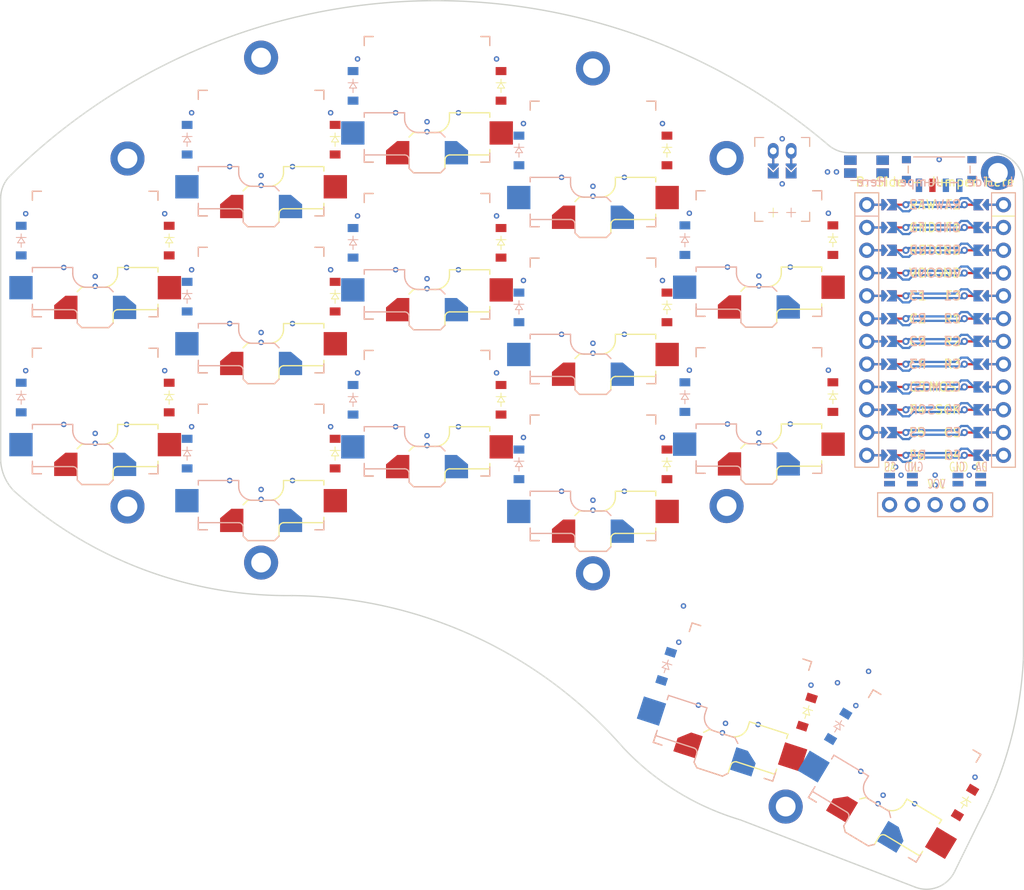
<source format=kicad_pcb>
(kicad_pcb (version 20221018) (generator pcbnew)
  (title_block (title "snak") (rev "0.2.1") (company "JackMatanky"))
  (layers (0 "F.Cu" signal) (31 "B.Cu" signal) (34 "B.Paste" user) (35 "F.Paste" user) (36 "B.SilkS" user "B.Silkscreen") (37 "F.SilkS" user "F.Silkscreen") (38 "B.Mask" user) (39 "F.Mask" user) (44 "Edge.Cuts" user))
  (net 0 "")
  (net 1 "C1")
  (net 2 "pinky_mid")
  (net 3 "pinky_top")
  (net 4 "C2")
  (net 5 "ring_bot")
  (net 6 "ring_mid")
  (net 7 "ring_top")
  (net 8 "C3")
  (net 9 "middle_bot")
  (net 10 "middle_mid")
  (net 11 "middle_top")
  (net 12 "C4")
  (net 13 "index_bot")
  (net 14 "index_mid")
  (net 15 "index_top")
  (net 16 "C5")
  (net 17 "inner_mid")
  (net 18 "inner_top")
  (net 19 "out_home")
  (net 20 "in_home")
  (net 21 "R2")
  (net 22 "R1")
  (net 23 "R3")
  (net 24 "R4")
  (net 25 "RAW")
  (net 26 "GND")
  (net 27 "RST")
  (net 28 "VCC")
  (net 29 "F4")
  (net 30 "F5")
  (net 31 "F6")
  (net 32 "F2")
  (net 33 "F1")
  (net 34 "F3")
  (net 35 "MOSI")
  (net 36 "SCK")
  (net 37 "CS")
  (net 38 "MCU1_24")
  (net 39 "MCU1_1")
  (net 40 "MCU1_23")
  (net 41 "MCU1_2")
  (net 42 "MCU1_22")
  (net 43 "MCU1_3")
  (net 44 "MCU1_21")
  (net 45 "MCU1_4")
  (net 46 "MCU1_20")
  (net 47 "MCU1_5")
  (net 48 "MCU1_19")
  (net 49 "MCU1_6")
  (net 50 "MCU1_18")
  (net 51 "MCU1_7")
  (net 52 "MCU1_17")
  (net 53 "MCU1_8")
  (net 54 "MCU1_16")
  (net 55 "MCU1_9")
  (net 56 "MCU1_15")
  (net 57 "MCU1_10")
  (net 58 "MCU1_14")
  (net 59 "MCU1_11")
  (net 60 "MCU1_13")
  (net 61 "MCU1_12")
  (net 62 "DISP1_1")
  (net 63 "DISP1_2")
  (net 64 "DISP1_4")
  (net 65 "DISP1_5")
  (net 66 "pos")
  (net 67 "JST1_1")
  (net 68 "JST1_2")
  (footprint "VIA-0.6mm" (layer "F.Cu") (at 152 56.45)
    (fp_text reference "REF**" hide)
    (fp_text value "VIA-0.6mm" hide)
  )
  (footprint "VIA-0.6mm" (layer "F.Cu") (at 182.65 55.845 90)
    (fp_text reference "REF**" hide)
    (fp_text value "VIA-0.6mm" hide)
  )
  (footprint "VIA-0.6mm" (layer "F.Cu") (at 110.75 84.25)
    (fp_text reference "REF**" hide)
    (fp_text value "VIA-0.6mm" hide)
  )
  (footprint "VIA-0.6mm" (layer "F.Cu") (at 140.5 84.25)
    (fp_text reference "REF**" hide)
    (fp_text value "VIA-0.6mm" hide)
  )
  (footprint "nice!view" (layer "F.Cu") (at 193.65 76.25)
    (fp_text reference "DISP1" hide)
    (fp_text value "")
  )
  (footprint "ceoloide:diode_tht_sod123" (layer "F.Cu") (at 182.25 80.95 -90)
    (fp_text reference "D12" hide)
    (fp_text value "")
  )
  (footprint "VIA-0.6mm" (layer "F.Cu") (at 137 67.75)
    (fp_text reference "REF**" hide)
    (fp_text value "VIA-0.6mm" hide)
  )
  (footprint "ceoloide:diode_tht_sod123" (layer "F.Cu") (at 145.25 46.25 -90)
    (fp_text reference "D8" hide)
    (fp_text value "")
  )
  (footprint "VIA-0.6mm" (layer "F.Cu") (at 137 68.85)
    (fp_text reference "REF**" hide)
    (fp_text value "VIA-0.6mm" hide)
  )
  (footprint "VIA-0.6mm" (layer "F.Cu") (at 174 67.45)
    (fp_text reference "REF**" hide)
    (fp_text value "VIA-0.6mm" hide)
  )
  (footprint "VIA-0.6mm" (layer "F.Cu") (at 181.75 77.95)
    (fp_text reference "REF**" hide)
    (fp_text value "VIA-0.6mm" hide)
  )
  (footprint "PG1350" (layer "F.Cu") (at 155.5 54.95 180)
    (fp_text reference "S11" hide)
    (fp_text value "")
  )
  (footprint "VIA-0.6mm" (layer "F.Cu") (at 174 86.05)
    (fp_text reference "REF**" hide)
    (fp_text value "VIA-0.6mm" hide)
  )
  (footprint "ceoloide:diode_tht_sod123" (layer "F.Cu") (at 163.75 88.45 -90)
    (fp_text reference "D9" hide)
    (fp_text value "")
  )
  (footprint "VIA-0.6mm" (layer "F.Cu") (at 107.75 60.5)
    (fp_text reference "REF**" hide)
    (fp_text value "VIA-0.6mm" hide)
  )
  (footprint "VIA-0.6mm" (layer "F.Cu") (at 122 72.75)
    (fp_text reference "REF**" hide)
    (fp_text value "VIA-0.6mm" hide)
  )
  (footprint "VIA-0.6mm" (layer "F.Cu") (at 197.45 89.65)
    (fp_text reference "REF**" hide)
    (fp_text value "VIA-0.6mm" hide)
  )
  (footprint "VIA-0.6mm" (layer "F.Cu") (at 144.75 60.75)
    (fp_text reference "REF**" hide)
    (fp_text value "VIA-0.6mm" hide)
  )
  (footprint "VIA-0.6mm" (layer "F.Cu") (at 118.5 73.75)
    (fp_text reference "REF**" hide)
    (fp_text value "VIA-0.6mm" hide)
  )
  (footprint "PG1350" (layer "F.Cu") (at 155.5 72.45 180)
    (fp_text reference "S10" hide)
    (fp_text value "")
  )
  (footprint "mounting_hole" (layer "F.Cu") (at 176.988866 126.60568 -18)
    (fp_text reference "H9" hide)
    (fp_text value "")
  )
  (footprint "VIA-0.6mm" (layer "F.Cu") (at 96.5 66.5)
    (fp_text reference "REF**" hide)
    (fp_text value "VIA-0.6mm" hide)
  )
  (footprint "PG1350" (layer "F.Cu") (at 118.5 71.25 180)
    (fp_text reference "S4" hide)
    (fp_text value "")
  )
  (footprint "VIA-0.6mm" (layer "F.Cu") (at 155.5 58.55)
    (fp_text reference "REF**" hide)
    (fp_text value "VIA-0.6mm" hide)
  )
  (footprint "VIA-0.6mm" (layer "F.Cu") (at 118.5 74.85)
    (fp_text reference "REF**" hide)
    (fp_text value "VIA-0.6mm" hide)
  )
  (footprint "mounting_hole" (layer "F.Cu") (at 118.5 99.4)
    (fp_text reference "H4" hide)
    (fp_text value "")
  )
  (footprint "VIA-0.6mm" (layer "F.Cu") (at 181.75 60.45)
    (fp_text reference "REF**" hide)
    (fp_text value "VIA-0.6mm" hide)
  )
  (footprint "VIA-0.6mm" (layer "F.Cu") (at 166.25 77.95)
    (fp_text reference "REF**" hide)
    (fp_text value "VIA-0.6mm" hide)
  )
  (footprint "VIA-0.6mm" (layer "F.Cu") (at 167.257777 115.295025 -18)
    (fp_text reference "REF**" hide)
    (fp_text value "VIA-0.6mm" hide)
  )
  (footprint "VIA-0.6mm" (layer "F.Cu") (at 133.5 66.75)
    (fp_text reference "REF**" hide)
    (fp_text value "VIA-0.6mm" hide)
  )
  (footprint "VIA-0.6mm" (layer "F.Cu") (at 159 73.95)
    (fp_text reference "REF**" hide)
    (fp_text value "VIA-0.6mm" hide)
  )
  (footprint "VIA-0.6mm" (layer "F.Cu") (at 182.763413 112.797633 -18)
    (fp_text reference "REF**" hide)
    (fp_text value "VIA-0.6mm" hide)
  )
  (footprint "VIA-0.6mm" (layer "F.Cu") (at 137 85.25)
    (fp_text reference "REF**" hide)
    (fp_text value "VIA-0.6mm" hide)
  )
  (footprint "mounting_hole" (layer "F.Cu") (at 103.6 54.35)
    (fp_text reference "H1" hide)
    (fp_text value "")
  )
  (footprint "VIA-0.6mm" (layer "F.Cu") (at 107.75 78)
    (fp_text reference "REF**" hide)
    (fp_text value "VIA-0.6mm" hide)
  )
  (footprint "VIA-0.6mm" (layer "F.Cu") (at 144.75 78.25)
    (fp_text reference "REF**" hide)
    (fp_text value "VIA-0.6mm" hide)
  )
  (footprint "PG1350" (layer "F.Cu") (at 137 47.75 180)
    (fp_text reference "S8" hide)
    (fp_text value "")
  )
  (footprint "VIA-0.6mm" (layer "F.Cu") (at 133.5 49.25)
    (fp_text reference "REF**" hide)
    (fp_text value "VIA-0.6mm" hide)
  )
  (footprint "mounting_hole" (layer "F.Cu") (at 170.4 54.3)
    (fp_text reference "H7" hide)
    (fp_text value "")
  )
  (footprint "VIA-0.6mm" (layer "F.Cu") (at 179.811265 113.065127 -18)
    (fp_text reference "REF**" hide)
    (fp_text value "VIA-0.6mm" hide)
  )
  (footprint "power_switch" (layer "F.Cu") (at 194.1 55.6 90)
    (fp_text reference "SW1" hide)
    (fp_text value "")
  )
  (footprint "VIA-0.6mm" (layer "F.Cu") (at 173.915172 117.458144 -18)
    (fp_text reference "REF**" hide)
    (fp_text value "VIA-0.6mm" hide)
  )
  (footprint "VIA-0.6mm" (layer "F.Cu") (at 144.75 43.25)
    (fp_text reference "REF**" hide)
    (fp_text value "VIA-0.6mm" hide)
  )
  (footprint "VIA-0.6mm" (layer "F.Cu") (at 103.5 66.5)
    (fp_text reference "REF**" hide)
    (fp_text value "VIA-0.6mm" hide)
  )
  (footprint "mounting_hole" (layer "F.Cu") (at 155.5 100.6)
    (fp_text reference "H6" hide)
    (fp_text value "")
  )
  (footprint "VIA-0.6mm" (layer "F.Cu") (at 118.5 91.25)
    (fp_text reference "REF**" hide)
    (fp_text value "VIA-0.6mm" hide)
  )
  (footprint "VIA-0.6mm" (layer "F.Cu") (at 122 55.25)
    (fp_text reference "REF**" hide)
    (fp_text value "VIA-0.6mm" hide)
  )
  (footprint "VIA-0.6mm" (layer "F.Cu") (at 100 67.5)
    (fp_text reference "REF**" hide)
    (fp_text value "VIA-0.6mm" hide)
  )
  (footprint "VIA-0.6mm" (layer "F.Cu") (at 163.25 50.45)
    (fp_text reference "REF**" hide)
    (fp_text value "VIA-0.6mm" hide)
  )
  (footprint "VIA-0.6mm" (layer "F.Cu") (at 110.75 66.75)
    (fp_text reference "REF**" hide)
    (fp_text value "VIA-0.6mm" hide)
  )
  (footprint "VIA-0.6mm" (layer "F.Cu") (at 137 86.35)
    (fp_text reference "REF**" hide)
    (fp_text value "VIA-0.6mm" hide)
  )
  (footprint "VIA-0.6mm" (layer "F.Cu") (at 184.812703 115.344165 -31)
    (fp_text reference "REF**" hide)
    (fp_text value "VIA-0.6mm" hide)
  )
  (footprint "VIA-0.6mm" (layer "F.Cu") (at 129.25 60.75)
    (fp_text reference "REF**" hide)
    (fp_text value "VIA-0.6mm" hide)
  )
  (footprint "VIA-0.6mm" (layer "F.Cu") (at 126.25 49.25)
    (fp_text reference "REF**" hide)
    (fp_text value "VIA-0.6mm" hide)
  )
  (footprint "PG1350" (layer "F.Cu") (at 137 65.25 180)
    (fp_text reference "S7" hide)
    (fp_text value "")
  )
  (footprint "VIA-0.6mm" (layer "F.Cu") (at 140.5 49.25)
    (fp_text reference "REF**" hide)
    (fp_text value "VIA-0.6mm" hide)
  )
  (footprint "VIA-0.6mm" (layer "F.Cu") (at 126.25 84.25)
    (fp_text reference "REF**" hide)
    (fp_text value "VIA-0.6mm" hide)
  )
  (footprint "VIA-0.6mm" (layer "F.Cu") (at 129.25 43.25)
    (fp_text reference "REF**" hide)
    (fp_text value "VIA-0.6mm" hide)
  )
  (footprint "VIA-0.6mm" (layer "F.Cu") (at 110.75 49.25)
    (fp_text reference "REF**" hide)
    (fp_text value "VIA-0.6mm" hide)
  )
  (footprint "mounting_hole" (layer "F.Cu") (at 155.5 44.3)
    (fp_text reference "H5" hide)
    (fp_text value "")
  )
  (footprint "PG1350" (layer "F.Cu") (at 100 65 180)
    (fp_text reference "S2" hide)
    (fp_text value "")
  )
  (footprint "VIA-0.6mm" (layer "F.Cu") (at 100 85)
    (fp_text reference "REF**" hide)
    (fp_text value "VIA-0.6mm" hide)
  )
  (footprint "VIA-0.6mm" (layer "F.Cu") (at 155.5 76.05)
    (fp_text reference "REF**" hide)
    (fp_text value "VIA-0.6mm" hide)
  )
  (footprint "VIA-0.6mm" (layer "F.Cu") (at 140.5 66.75)
    (fp_text reference "REF**" hide)
    (fp_text value "VIA-0.6mm" hide)
  )
  (footprint "VIA-0.6mm" (layer "F.Cu") (at 115 72.75)
    (fp_text reference "REF**" hide)
    (fp_text value "VIA-0.6mm" hide)
  )
  (footprint "VIA-0.6mm" (layer "F.Cu") (at 165.592664 104.239375 -18)
    (fp_text reference "REF**" hide)
    (fp_text value "VIA-0.6mm" hide)
  )
  (footprint "VIA-0.6mm" (layer "F.Cu") (at 189.85 89.65)
    (fp_text reference "REF**" hide)
    (fp_text value "VIA-0.6mm" hide)
  )
  (footprint "mounting_hole" (layer "F.Cu") (at 170.4 93.1)
    (fp_text reference "H8" hide)
    (fp_text value "")
  )
  (footprint "VIA-0.6mm" (layer "F.Cu") (at 152 91.45)
    (fp_text reference "REF**" hide)
    (fp_text value "VIA-0.6mm" hide)
  )
  (footprint "VIA-0.6mm" (layer "F.Cu") (at 103.5 84)
    (fp_text reference "REF**" hide)
    (fp_text value "VIA-0.6mm" hide)
  )
  (footprint "PG1350" (layer "F.Cu") (at 171.05 114.95 162)
    (fp_text reference "S14" hide)
    (fp_text value "")
  )
  (footprint "VIA-0.6mm" (layer "F.Cu") (at 155.5 74.95)
    (fp_text reference "REF**" hide)
    (fp_text value "VIA-0.6mm" hide)
  )
  (footprint "VIA-0.6mm" (layer "F.Cu") (at 118.5 56.25)
    (fp_text reference "REF**" hide)
    (fp_text value "VIA-0.6mm" hide)
  )
  (footprint "VIA-0.6mm" (layer "F.Cu") (at 118.5 57.35)
    (fp_text reference "REF**" hide)
    (fp_text value "VIA-0.6mm" hide)
  )
  (footprint "ceoloide:diode_tht_sod123" (layer "F.Cu") (at 126.75 52.25 -90)
    (fp_text reference "D5" hide)
    (fp_text value "")
  )
  (footprint "VIA-0.6mm" (layer "F.Cu") (at 181.65 55.845 90)
    (fp_text reference "REF**" hide)
    (fp_text value "VIA-0.6mm" hide)
  )
  (footprint "ceoloide:diode_tht_sod123" (layer "F.Cu") (at 108.25 63.5 -90)
    (fp_text reference "D2" hide)
    (fp_text value "")
  )
  (footprint "VIA-0.6mm" (layer "F.Cu") (at 198.05 88.75)
    (fp_text reference "REF**" hide)
    (fp_text value "VIA-0.6mm" hide)
  )
  (footprint "VIA-0.6mm" (layer "F.Cu") (at 185.365435 122.676081 -31)
    (fp_text reference "REF**" hide)
    (fp_text value "VIA-0.6mm" hide)
  )
  (footprint "VIA-0.6mm" (layer "F.Cu") (at 137 50.25)
    (fp_text reference "REF**" hide)
    (fp_text value "VIA-0.6mm" hide)
  )
  (footprint "mounting_hole" (layer "F.Cu") (at 118.5 43.1)
    (fp_text reference "H3" hide)
    (fp_text value "")
  )
  (footprint "VIA-0.6mm" (layer "F.Cu") (at 159 56.45)
    (fp_text reference "REF**" hide)
    (fp_text value "VIA-0.6mm" hide)
  )
  (footprint "VIA-0.6mm" (layer "F.Cu") (at 92.25 78)
    (fp_text reference "REF**" hide)
    (fp_text value "VIA-0.6mm" hide)
  )
  (footprint "VIA-0.6mm" (layer "F.Cu") (at 191.365606 126.281347 -31)
    (fp_text reference "REF**" hide)
    (fp_text value "VIA-0.6mm" hide)
  )
  (footprint "VIA-0.6mm" (layer "F.Cu") (at 193.65 90.75)
    (fp_text reference "REF**" hide)
    (fp_text value "VIA-0.6mm" hide)
  )
  (footprint "VIA-0.6mm" (layer "F.Cu") (at 115 90.25)
    (fp_text reference "REF**" hide)
    (fp_text value "VIA-0.6mm" hide)
  )
  (footprint "PG1350" (layer "F.Cu") (at 174 82.45 180)
    (fp_text reference "S12" hide)
    (fp_text value "")
  )
  (footprint "ceoloide:diode_tht_sod123" (layer "F.Cu") (at 163.75 53.45 -90)
    (fp_text reference "D11" hide)
    (fp_text value "")
  )
  (footprint "VIA-0.6mm" (layer "F.Cu") (at 194.1 54.4625 90)
    (fp_text reference "REF**" hide)
    (fp_text value "VIA-0.6mm" hide)
  )
  (footprint "VIA-0.6mm" (layer "F.Cu") (at 193.65 89.65)
    (fp_text reference "REF**" hide)
    (fp_text value "VIA-0.6mm" hide)
  )
  (footprint "ceoloide:diode_tht_sod123" (layer "F.Cu") (at 108.25 81 -90)
    (fp_text reference "D1" hide)
    (fp_text value "")
  )
  (footprint "VIA-0.6mm" (layer "F.Cu") (at 177.5 83.95)
    (fp_text reference "REF**" hide)
    (fp_text value "VIA-0.6mm" hide)
  )
  (footprint "ceoloide:diode_tht_sod123" (layer "F.Cu") (at 126.75 87.25 -90)
    (fp_text reference "D3" hide)
    (fp_text value "")
  )
  (footprint "PG1350" (layer "F.Cu") (at 100 82.5 180)
    (fp_text reference "S1" hide)
    (fp_text value "")
  )
  (footprint "ceoloide:diode_tht_sod123" (layer "F.Cu") (at 145.25 81.25 -90)
    (fp_text reference "D6" hide)
    (fp_text value "")
  )
  (footprint "VIA-0.6mm" (layer "F.Cu") (at 170.277458 117.327641 -18)
    (fp_text reference "REF**" hide)
    (fp_text value "VIA-0.6mm" hide)
  )
  (footprint "mounting_hole" (layer "F.Cu") (at 200.65 55.95)
    (fp_text reference "H10" hide)
    (fp_text value "")
  )
  (footprint "VIA-0.6mm" (layer "F.Cu") (at 137 51.35)
    (fp_text reference "REF**" hide)
    (fp_text value "VIA-0.6mm" hide)
  )
  (footprint "VIA-0.6mm" (layer "F.Cu") (at 166.25 60.45)
    (fp_text reference "REF**" hide)
    (fp_text value "VIA-0.6mm" hide)
  )
  (footprint "VIA-0.6mm" (layer "F.Cu") (at 176.6 57.175)
    (fp_text reference "REF**" hide)
    (fp_text value "VIA-0.6mm" hide)
  )
  (footprint "VIA-0.6mm" (layer "F.Cu") (at 186.22998 111.529217 -31)
    (fp_text reference "REF**" hide)
    (fp_text value "VIA-0.6mm" hide)
  )
  (footprint "VIA-0.6mm" (layer "F.Cu") (at 163.25 67.95)
    (fp_text reference "REF**" hide)
    (fp_text value "VIA-0.6mm" hide)
  )
  (footprint "VIA-0.6mm" (layer "F.Cu") (at 147.75 67.95)
    (fp_text reference "REF**" hide)
    (fp_text value "VIA-0.6mm" hide)
  )
  (footprint "VIA-0.6mm" (layer "F.Cu") (at 133.5 84.25)
    (fp_text reference "REF**" hide)
    (fp_text value "VIA-0.6mm" hide)
  )
  (footprint "ceoloide:diode_tht_sod123" (layer "F.Cu") (at 179.359742 116.072805 -108)
    (fp_text reference "D14" hide)
    (fp_text value "")
  )
  (footprint "VIA-0.6mm" (layer "F.Cu") (at 118.5 92.35)
    (fp_text reference "REF**" hide)
    (fp_text value "VIA-0.6mm" hide)
  )
  (footprint "VIA-0.6mm" (layer "F.Cu") (at 159 91.45)
    (fp_text reference "REF**" hide)
    (fp_text value "VIA-0.6mm" hide)
  )
  (footprint "VIA-0.6mm" (layer "F.Cu") (at 100 86.1)
    (fp_text reference "REF**" hide)
    (fp_text value "VIA-0.6mm" hide)
  )
  (footprint "VIA-0.6mm" (layer "F.Cu") (at 174 84.95)
    (fp_text reference "REF**" hide)
    (fp_text value "VIA-0.6mm" hide)
  )
  (footprint "mounting_hole" (layer "F.Cu") (at 103.6 93.15)
    (fp_text reference "H2" hide)
    (fp_text value "")
  )
  (footprint "PG1350" (layer "F.Cu") (at 174 64.95 180)
    (fp_text reference "S13" hide)
    (fp_text value "")
  )
  (footprint "VIA-0.6mm" (layer "F.Cu") (at 115 55.25)
    (fp_text reference "REF**" hide)
    (fp_text value "VIA-0.6mm" hide)
  )
  (footprint "VIA-0.6mm" (layer "F.Cu") (at 147.75 85.45)
    (fp_text reference "REF**" hide)
    (fp_text value "VIA-0.6mm" hide)
  )
  (footprint "VIA-0.6mm" (layer "F.Cu") (at 187.283941 126.278765 -31)
    (fp_text reference "REF**" hide)
    (fp_text value "VIA-0.6mm" hide)
  )
  (footprint "VIA-0.6mm" (layer "F.Cu") (at 198.098796 123.327255 -31)
    (fp_text reference "REF**" hide)
    (fp_text value "VIA-0.6mm" hide)
  )
  (footprint "PG1350" (layer "F.Cu") (at 118.5 88.75 180)
    (fp_text reference "S3" hide)
    (fp_text value "")
  )
  (footprint "JST_PH_S2B-PH-K" (layer "F.Cu") (at 176.6 53.5)
    (fp_text reference "JST1" hide)
    (fp_text value "")
  )
  (footprint "VIA-0.6mm" (layer "F.Cu") (at 165.069889 108.275364 -18)
    (fp_text reference "REF**" hide)
    (fp_text value "VIA-0.6mm" hide)
  )
  (footprint "VIA-0.6mm" (layer "F.Cu") (at 100 68.6)
    (fp_text reference "REF**" hide)
    (fp_text value "VIA-0.6mm" hide)
  )
  (footprint "VIA-0.6mm" (layer "F.Cu") (at 96.5 84)
    (fp_text reference "REF**" hide)
    (fp_text value "VIA-0.6mm" hide)
  )
  (footprint "ceoloide:diode_tht_sod123" (layer "F.Cu") (at 182.25 63.45 -90)
    (fp_text reference "D13" hide)
    (fp_text value "")
  )
  (footprint "VIA-0.6mm" (layer "F.Cu") (at 177.5 66.45)
    (fp_text reference "REF**" hide)
    (fp_text value "VIA-0.6mm" hide)
  )
  (footprint "PG1350" (layer "F.Cu") (at 137 82.75 180)
    (fp_text reference "S6" hide)
    (fp_text value "")
  )
  (footprint "VIA-0.6mm" (layer "F.Cu") (at 129.25 78.25)
    (fp_text reference "REF**" hide)
    (fp_text value "VIA-0.6mm" hide)
  )
  (footprint "VIA-0.6mm" (layer "F.Cu") (at 187.850483 125.335881 -31)
    (fp_text reference "REF**" hide)
    (fp_text value "VIA-0.6mm" hide)
  )
  (footprint "VIA-0.6mm" (layer "F.Cu") (at 147.75 50.45)
    (fp_text reference "REF**" hide)
    (fp_text value "VIA-0.6mm" hide)
  )
  (footprint "VIA-0.6mm" (layer "F.Cu") (at 170.5 83.95)
    (fp_text reference "REF**" hide)
    (fp_text value "VIA-0.6mm" hide)
  )
  (footprint "VIA-0.6mm" (layer "F.Cu") (at 126.25 66.75)
    (fp_text reference "REF**" hide)
    (fp_text value "VIA-0.6mm" hide)
  )
  (footprint "ceoloide:diode_tht_sod123" (layer "F.Cu") (at 163.75 70.95 -90)
    (fp_text reference "D10" hide)
    (fp_text value "")
  )
  (footprint "VIA-0.6mm" (layer "F.Cu") (at 170.5 66.45)
    (fp_text reference "REF**" hide)
    (fp_text value "VIA-0.6mm" hide)
  )
  (footprint "ceoloide:diode_tht_sod123" (layer "F.Cu") (at 126.75 69.75 -90)
    (fp_text reference "D4" hide)
    (fp_text value "")
  )
  (footprint "VIA-0.6mm" (layer "F.Cu") (at 155.5 93.55)
    (fp_text reference "REF**" hide)
    (fp_text value "VIA-0.6mm" hide)
  )
  (footprint "VIA-0.6mm" (layer "F.Cu") (at 92.25 60.5)
    (fp_text reference "REF**" hide)
    (fp_text value "VIA-0.6mm" hide)
  )
  (footprint "VIA-0.6mm" (layer "F.Cu") (at 176.6 52.15)
    (fp_text reference "REF**" hide)
    (fp_text value "VIA-0.6mm" hide)
  )
  (footprint "VIA-0.6mm" (layer "F.Cu") (at 152 73.95)
    (fp_text reference "REF**" hide)
    (fp_text value "VIA-0.6mm" hide)
  )
  (footprint "VIA-0.6mm" (layer "F.Cu") (at 174 68.55)
    (fp_text reference "REF**" hide)
    (fp_text value "VIA-0.6mm" hide)
  )
  (footprint "VIA-0.6mm" (layer "F.Cu") (at 169.937539 118.373804 -18)
    (fp_text reference "REF**" hide)
    (fp_text value "VIA-0.6mm" hide)
  )
  (footprint "VIA-0.6mm" (layer "F.Cu") (at 155.5 57.45)
    (fp_text reference "REF**" hide)
    (fp_text value "VIA-0.6mm" hide)
  )
  (footprint "VIA-0.6mm" (layer "F.Cu") (at 163.25 85.45)
    (fp_text reference "REF**" hide)
    (fp_text value "VIA-0.6mm" hide)
  )
  (footprint "VIA-0.6mm" (layer "F.Cu") (at 189.25 88.75)
    (fp_text reference "REF**" hide)
    (fp_text value "VIA-0.6mm" hide)
  )
  (footprint "PG1350" (layer "F.Cu") (at 118.5 53.75 180)
    (fp_text reference "S5" hide)
    (fp_text value "")
  )
  (footprint "PG1350" (layer "F.Cu") (at 155.5 89.95 180)
    (fp_text reference "S9" hide)
    (fp_text value "")
  )
  (footprint "ceoloide:diode_tht_sod123" (layer "F.Cu") (at 145.25 63.75 -90)
    (fp_text reference "D7" hide)
    (fp_text value "")
  )
  (footprint "VIA-0.6mm" (layer "F.Cu") (at 122 90.25)
    (fp_text reference "REF**" hide)
    (fp_text value "VIA-0.6mm" hide)
  )
  (footprint "nice_nano" (layer "F.Cu") (at 193.65 72.2)
    (fp_text reference "MCU1" hide)
    (fp_text value "")
  )
  (footprint "sw_reset_side" (layer "F.Cu") (at 186 55.25 90)
    (fp_text reference "SW2" hide)
    (fp_text value "")
  )
  (footprint "ceoloide:diode_tht_sod123" (layer "F.Cu") (at 196.982265 126.156276 -121)
    (fp_text reference "D15" hide)
    (fp_text value "")
  )
  (footprint "VIA-0.6mm" (layer "F.Cu") (at 155.5 92.45)
    (fp_text reference "REF**" hide)
    (fp_text value "VIA-0.6mm" hide)
  )
  (footprint "PG1350" (layer "F.Cu") (at 189.138078 123.192963 149)
    (fp_text reference "S15" hide)
    (fp_text value "")
  )
  (footprint "ceoloide:diode_tht_sod123" (layer "B.Cu") (at 110.25 52.25 -90)
    (fp_text reference "D20" hide)
    (fp_text value "")
  )
  (footprint "ceoloide:diode_tht_sod123" (layer "B.Cu") (at 128.75 63.75 -90)
    (fp_text reference "D22" hide)
    (fp_text value "")
  )
  (footprint "ceoloide:diode_tht_sod123" (layer "B.Cu") (at 110.25 69.75 -90)
    (fp_text reference "D19" hide)
    (fp_text value "")
  )
  (footprint "ceoloide:diode_tht_sod123" (layer "B.Cu") (at 165.75 80.95 -90)
    (fp_text reference "D27" hide)
    (fp_text value "")
  )
  (footprint "ceoloide:diode_tht_sod123" (layer "B.Cu") (at 147.25 88.45 -90)
    (fp_text reference "D24" hide)
    (fp_text value "")
  )
  (footprint "ceoloide:diode_tht_sod123" (layer "B.Cu") (at 91.75 63.5 -90)
    (fp_text reference "D17" hide)
    (fp_text value "")
  )
  (footprint "ceoloide:diode_tht_sod123" (layer "B.Cu") (at 128.75 46.25 -90)
    (fp_text reference "D23" hide)
    (fp_text value "")
  )
  (footprint "ceoloide:diode_tht_sod123" (layer "B.Cu") (at 165.75 63.45 -90)
    (fp_text reference "D28" hide)
    (fp_text value "")
  )
  (footprint "ceoloide:diode_tht_sod123" (layer "B.Cu") (at 128.75 81.25 -90)
    (fp_text reference "D21" hide)
    (fp_text value "")
  )
  (footprint "ceoloide:diode_tht_sod123" (layer "B.Cu") (at 163.667309 110.974025 -108)
    (fp_text reference "D29" hide)
    (fp_text value "")
  )
  (footprint "ceoloide:diode_tht_sod123" (layer "B.Cu") (at 182.839005 117.658148 -121)
    (fp_text reference "D30" hide)
    (fp_text value "")
  )
  (footprint "ceoloide:diode_tht_sod123" (layer "B.Cu") (at 110.25 87.25 -90)
    (fp_text reference "D18" hide)
    (fp_text value "")
  )
  (footprint "ceoloide:diode_tht_sod123" (layer "B.Cu") (at 147.25 53.45 -90)
    (fp_text reference "D26" hide)
    (fp_text value "")
  )
  (footprint "ceoloide:diode_tht_sod123" (layer "B.Cu") (at 147.25 70.95 -90)
    (fp_text reference "D25" hide)
    (fp_text value "")
  )
  (footprint "ceoloide:diode_tht_sod123" (layer "B.Cu") (at 91.75 81 -90)
    (fp_text reference "D16" hide)
    (fp_text value "")
  )
  (gr_line (start 198.5118 128.3803) (end 195.8118 133.8803) (stroke (width 0.15)) (layer "Edge.Cuts"))
  (gr_line (start 184.039087 53.7) (end 200.049591 53.7) (stroke (width 0.15)) (layer "Edge.Cuts"))
  (gr_arc (start 171.9118 128.0803) (mid 164.885192 124.936038) (end 158.9118 120.0803) (stroke (width 0.15)) (layer "Edge.Cuts"))
  (gr_arc (start 195.8118 133.8803) (mid 193.94362 135.589126) (end 191.4118 135.5803) (stroke (width 0.15)) (layer "Edge.Cuts"))
  (gr_arc (start 121.9118 103.0803) (mid 105.310713 100.147711) (end 90.9118 91.3803) (stroke (width 0.15)) (layer "Edge.Cuts"))
  (gr_arc (start 184.039087 53.700001) (mid 182.829857 53.484474) (end 181.769554 52.864437) (stroke (width 0.15)) (layer "Edge.Cuts"))
  (gr_line (start 203.5 57.2) (end 203.5 110) (stroke (width 0.15)) (layer "Edge.Cuts"))
  (gr_arc (start 90.9118 91.3803) (mid 89.89586 89.858137) (end 89.4618 88.0803) (stroke (width 0.15)) (layer "Edge.Cuts"))
  (gr_arc (start 121.9118 103.0803) (mid 142.237139 107.607504) (end 158.9118 120.0803) (stroke (width 0.15)) (layer "Edge.Cuts"))
  (gr_arc (start 89.4618 58.692372) (mid 89.776836 57.333284) (end 90.591797 56.200939) (stroke (width 0.15)) (layer "Edge.Cuts"))
  (gr_arc (start 90.591797 56.200939) (mid 135.531599 36.795149) (end 181.769554 52.864437) (stroke (width 0.15)) (layer "Edge.Cuts"))
  (gr_line (start 191.4118 135.5803) (end 171.9118 128.0803) (stroke (width 0.15)) (layer "Edge.Cuts"))
  (gr_line (start 89.4618 88.0803) (end 89.4618 58.7803) (stroke (width 0.15)) (layer "Edge.Cuts"))
  (gr_arc (start 200 53.7) (mid 202.474933 54.725066) (end 203.5 57.2) (stroke (width 0.15)) (layer "Edge.Cuts"))
  (gr_arc (start 203.5 110) (mid 202.012386 119.463299) (end 198.5118 128.3803) (stroke (width 0.15)) (layer "Edge.Cuts"))
  (segment (start 198.43 69.66) (end 196.91 69.66) (width 0.25) (layer "F.Cu") (net 1))
  (segment (start 191.2 69.91) (end 196.66 69.91) (width 0.25) (layer "B.Cu") (net 1))
  (segment (start 191.11 70.01) (end 191.11 70) (width 0.25) (layer "B.Cu") (net 1))
  (segment (start 190.74 70.39) (end 191.11 70.01) (width 0.25) (layer "B.Cu") (net 1))
  (segment (start 188.88 69.66) (end 189.31 69.66) (width 0.25) (layer "B.Cu") (net 1))
  (segment (start 189.31 69.66) (end 190.04 70.39) (width 0.25) (layer "B.Cu") (net 1))
  (segment (start 191.11 70) (end 191.2 69.91) (width 0.25) (layer "B.Cu") (net 1))
  (segment (start 196.66 69.91) (end 196.91 69.66) (width 0.25) (layer "B.Cu") (net 1))
  (segment (start 190.04 70.39) (end 190.74 70.39) (width 0.25) (layer "B.Cu") (net 1))
  (segment (start 198.43 72.2) (end 196.91 72.2) (width 0.25) (layer "F.Cu") (net 4))
  (segment (start 191.11 72.54) (end 191.2 72.45) (width 0.25) (layer "B.Cu") (net 4))
  (segment (start 189.31 72.2) (end 190.04 72.93) (width 0.25) (layer "B.Cu") (net 4))
  (segment (start 188.88 72.2) (end 189.31 72.2) (width 0.25) (layer "B.Cu") (net 4))
  (segment (start 190.04 72.93) (end 190.74 72.93) (width 0.25) (layer "B.Cu") (net 4))
  (segment (start 190.74 72.93) (end 191.11 72.55) (width 0.25) (layer "B.Cu") (net 4))
  (segment (start 196.66 72.45) (end 196.91 72.2) (width 0.25) (layer "B.Cu") (net 4))
  (segment (start 191.11 72.55) (end 191.11 72.54) (width 0.25) (layer "B.Cu") (net 4))
  (segment (start 191.2 72.45) (end 196.66 72.45) (width 0.25) (layer "B.Cu") (net 4))
  (segment (start 198.43 74.74) (end 196.91 74.74) (width 0.25) (layer "F.Cu") (net 8))
  (segment (start 189.31 74.74) (end 190.04 75.47) (width 0.25) (layer "B.Cu") (net 8))
  (segment (start 190.74 75.47) (end 191.11 75.09) (width 0.25) (layer "B.Cu") (net 8))
  (segment (start 190.04 75.47) (end 190.74 75.47) (width 0.25) (layer "B.Cu") (net 8))
  (segment (start 188.88 74.74) (end 189.31 74.74) (width 0.25) (layer "B.Cu") (net 8))
  (segment (start 191.2 74.99) (end 196.66 74.99) (width 0.25) (layer "B.Cu") (net 8))
  (segment (start 196.66 74.99) (end 196.91 74.74) (width 0.25) (layer "B.Cu") (net 8))
  (segment (start 191.11 75.08) (end 191.2 74.99) (width 0.25) (layer "B.Cu") (net 8))
  (segment (start 191.11 75.09) (end 191.11 75.08) (width 0.25) (layer "B.Cu") (net 8))
  (segment (start 198.43 77.28) (end 196.91 77.28) (width 0.25) (layer "F.Cu") (net 12))
  (segment (start 191.2 77.53) (end 196.66 77.53) (width 0.25) (layer "B.Cu") (net 12))
  (segment (start 188.88 77.28) (end 189.31 77.28) (width 0.25) (layer "B.Cu") (net 12))
  (segment (start 190.74 78.01) (end 191.11 77.63) (width 0.25) (layer "B.Cu") (net 12))
  (segment (start 191.11 77.62) (end 191.2 77.53) (width 0.25) (layer "B.Cu") (net 12))
  (segment (start 191.11 77.63) (end 191.11 77.62) (width 0.25) (layer "B.Cu") (net 12))
  (segment (start 196.66 77.53) (end 196.91 77.28) (width 0.25) (layer "B.Cu") (net 12))
  (segment (start 189.31 77.28) (end 190.04 78.01) (width 0.25) (layer "B.Cu") (net 12))
  (segment (start 190.04 78.01) (end 190.74 78.01) (width 0.25) (layer "B.Cu") (net 12))
  (segment (start 198.43 79.82) (end 196.91 79.82) (width 0.25) (layer "F.Cu") (net 16))
  (segment (start 190.04 80.55) (end 190.74 80.55) (width 0.25) (layer "B.Cu") (net 16))
  (segment (start 191.2 80.07) (end 196.66 80.07) (width 0.25) (layer "B.Cu") (net 16))
  (segment (start 189.31 79.82) (end 190.04 80.55) (width 0.25) (layer "B.Cu") (net 16))
  (segment (start 190.74 80.55) (end 191.11 80.17) (width 0.25) (layer "B.Cu") (net 16))
  (segment (start 191.11 80.16) (end 191.2 80.07) (width 0.25) (layer "B.Cu") (net 16))
  (segment (start 191.11 80.17) (end 191.11 80.16) (width 0.25) (layer "B.Cu") (net 16))
  (segment (start 188.88 79.82) (end 189.31 79.82) (width 0.25) (layer "B.Cu") (net 16))
  (segment (start 196.66 80.07) (end 196.91 79.82) (width 0.25) (layer "B.Cu") (net 16))
  (segment (start 188.88 74.74) (end 190.39 74.74) (width 0.25) (layer "F.Cu") (net 21))
  (segment (start 196.09 74.49) (end 190.64 74.49) (width 0.25) (layer "B.Cu") (net 21))
  (segment (start 196.56 74.01) (end 196.09 74.49) (width 0.25) (layer "B.Cu") (net 21))
  (segment (start 197.26 74.01) (end 196.56 74.01) (width 0.25) (layer "B.Cu") (net 21))
  (segment (start 197.99 74.74) (end 197.26 74.01) (width 0.25) (layer "B.Cu") (net 21))
  (segment (start 198.43 74.74) (end 197.99 74.74) (width 0.25) (layer "B.Cu") (net 21))
  (segment (start 190.64 74.49) (end 190.39 74.74) (width 0.25) (layer "B.Cu") (net 21))
  (segment (start 188.88 72.2) (end 190.39 72.2) (width 0.25) (layer "F.Cu") (net 22))
  (segment (start 197.26 71.47) (end 196.56 71.47) (width 0.25) (layer "B.Cu") (net 22))
  (segment (start 196.09 71.95) (end 190.64 71.95) (width 0.25) (layer "B.Cu") (net 22))
  (segment (start 197.99 72.2) (end 197.26 71.47) (width 0.25) (layer "B.Cu") (net 22))
  (segment (start 198.43 72.2) (end 197.99 72.2) (width 0.25) (layer "B.Cu") (net 22))
  (segment (start 190.64 71.95) (end 190.39 72.2) (width 0.25) (layer "B.Cu") (net 22))
  (segment (start 196.56 71.47) (end 196.09 71.95) (width 0.25) (layer "B.Cu") (net 22))
  (segment (start 188.88 77.28) (end 190.39 77.28) (width 0.25) (layer "F.Cu") (net 23))
  (segment (start 197.26 76.55) (end 196.56 76.55) (width 0.25) (layer "B.Cu") (net 23))
  (segment (start 196.56 76.55) (end 196.09 77.03) (width 0.25) (layer "B.Cu") (net 23))
  (segment (start 190.64 77.03) (end 190.39 77.28) (width 0.25) (layer "B.Cu") (net 23))
  (segment (start 197.99 77.28) (end 197.26 76.55) (width 0.25) (layer "B.Cu") (net 23))
  (segment (start 198.43 77.28) (end 197.99 77.28) (width 0.25) (layer "B.Cu") (net 23))
  (segment (start 196.09 77.03) (end 190.64 77.03) (width 0.25) (layer "B.Cu") (net 23))
  (segment (start 188.88 87.44) (end 190.39 87.44) (width 0.25) (layer "F.Cu") (net 24))
  (segment (start 197.26 86.71) (end 196.56 86.71) (width 0.25) (layer "B.Cu") (net 24))
  (segment (start 197.99 87.44) (end 197.26 86.71) (width 0.25) (layer "B.Cu") (net 24))
  (segment (start 190.64 87.19) (end 190.39 87.44) (width 0.25) (layer "B.Cu") (net 24))
  (segment (start 198.43 87.44) (end 197.99 87.44) (width 0.25) (layer "B.Cu") (net 24))
  (segment (start 196.56 86.71) (end 196.09 87.19) (width 0.25) (layer "B.Cu") (net 24))
  (segment (start 196.09 87.19) (end 190.64 87.19) (width 0.25) (layer "B.Cu") (net 24))
  (segment (start 198.43 59.5) (end 196.91 59.5) (width 0.25) (layer "F.Cu") (net 25))
  (segment (start 190.74 60.23) (end 191.11 59.85) (width 0.25) (layer "B.Cu") (net 25))
  (segment (start 189.31 59.5) (end 190.04 60.23) (width 0.25) (layer "B.Cu") (net 25))
  (segment (start 191.11 59.84) (end 191.2 59.75) (width 0.25) (layer "B.Cu") (net 25))
  (segment (start 188.88 59.5) (end 189.31 59.5) (width 0.25) (layer "B.Cu") (net 25))
  (segment (start 196.66 59.75) (end 196.91 59.5) (width 0.25) (layer "B.Cu") (net 25))
  (segment (start 190.04 60.23) (end 190.74 60.23) (width 0.25) (layer "B.Cu") (net 25))
  (segment (start 191.2 59.75) (end 196.66 59.75) (width 0.25) (layer "B.Cu") (net 25))
  (segment (start 191.11 59.85) (end 191.11 59.84) (width 0.25) (layer "B.Cu") (net 25))
  (segment (start 188.88 67.12) (end 190.39 67.12) (width 0.25) (layer "F.Cu") (net 26))
  (segment (start 198.43 62.04) (end 196.91 62.04) (width 0.25) (layer "F.Cu") (net 26))
  (segment (start 188.88 64.58) (end 190.39 64.58) (width 0.25) (layer "F.Cu") (net 26))
  (segment (start 191.11 62.38) (end 191.2 62.29) (width 0.25) (layer "B.Cu") (net 26))
  (segment (start 190.74 62.77) (end 191.11 62.39) (width 0.25) (layer "B.Cu") (net 26))
  (segment (start 190.64 66.87) (end 190.39 67.12) (width 0.25) (layer "B.Cu") (net 26))
  (segment (start 196.66 62.29) (end 196.91 62.04) (width 0.25) (layer "B.Cu") (net 26))
  (segment (start 198.43 64.58) (end 197.99 64.58) (width 0.25) (layer "B.Cu") (net 26))
  (segment (start 197.26 63.85) (end 196.56 63.85) (width 0.25) (layer "B.Cu") (net 26))
  (segment (start 196.56 63.85) (end 196.09 64.33) (width 0.25) (layer "B.Cu") (net 26))
  (segment (start 197.99 67.12) (end 197.26 66.39) (width 0.25) (layer "B.Cu") (net 26))
  (segment (start 197.99 64.58) (end 197.26 63.85) (width 0.25) (layer "B.Cu") (net 26))
  (segment (start 188.88 62.04) (end 189.31 62.04) (width 0.25) (layer "B.Cu") (net 26))
  (segment (start 190.64 64.33) (end 190.39 64.58) (width 0.25) (layer "B.Cu") (net 26))
  (segment (start 196.09 64.33) (end 190.64 64.33) (width 0.25) (layer "B.Cu") (net 26))
  (segment (start 196.09 66.87) (end 190.64 66.87) (width 0.25) (layer "B.Cu") (net 26))
  (segment (start 196.56 66.39) (end 196.09 66.87) (width 0.25) (layer "B.Cu") (net 26))
  (segment (start 198.43 67.12) (end 197.99 67.12) (width 0.25) (layer "B.Cu") (net 26))
  (segment (start 197.26 66.39) (end 196.56 66.39) (width 0.25) (layer "B.Cu") (net 26))
  (segment (start 190.04 62.77) (end 190.74 62.77) (width 0.25) (layer "B.Cu") (net 26))
  (segment (start 191.2 62.29) (end 196.66 62.29) (width 0.25) (layer "B.Cu") (net 26))
  (segment (start 189.31 62.04) (end 190.04 62.77) (width 0.25) (layer "B.Cu") (net 26))
  (segment (start 191.11 62.39) (end 191.11 62.38) (width 0.25) (layer "B.Cu") (net 26))
  (segment (start 198.43 64.58) (end 196.91 64.58) (width 0.25) (layer "F.Cu") (net 27))
  (segment (start 188.88 64.58) (end 189.31 64.58) (width 0.25) (layer "B.Cu") (net 27))
  (segment (start 191.11 64.92) (end 191.2 64.83) (width 0.25) (layer "B.Cu") (net 27))
  (segment (start 190.04 65.31) (end 190.74 65.31) (width 0.25) (layer "B.Cu") (net 27))
  (segment (start 191.2 64.83) (end 196.66 64.83) (width 0.25) (layer "B.Cu") (net 27))
  (segment (start 190.74 65.31) (end 191.11 64.93) (width 0.25) (layer "B.Cu") (net 27))
  (segment (start 189.31 64.58) (end 190.04 65.31) (width 0.25) (layer "B.Cu") (net 27))
  (segment (start 191.11 64.93) (end 191.11 64.92) (width 0.25) (layer "B.Cu") (net 27))
  (segment (start 196.66 64.83) (end 196.91 64.58) (width 0.25) (layer "B.Cu") (net 27))
  (segment (start 198.43 67.12) (end 196.91 67.12) (width 0.25) (layer "F.Cu") (net 28))
  (segment (start 191.11 67.46) (end 191.2 67.37) (width 0.25) (layer "B.Cu") (net 28))
  (segment (start 190.04 67.85) (end 190.74 67.85) (width 0.25) (layer "B.Cu") (net 28))
  (segment (start 189.31 67.12) (end 190.04 67.85) (width 0.25) (layer "B.Cu") (net 28))
  (segment (start 190.74 67.85) (end 191.11 67.47) (width 0.25) (layer "B.Cu") (net 28))
  (segment (start 188.88 67.12) (end 189.31 67.12) (width 0.25) (layer "B.Cu") (net 28))
  (segment (start 191.11 67.47) (end 191.11 67.46) (width 0.25) (layer "B.Cu") (net 28))
  (segment (start 196.66 67.37) (end 196.91 67.12) (width 0.25) (layer "B.Cu") (net 28))
  (segment (start 191.2 67.37) (end 196.66 67.37) (width 0.25) (layer "B.Cu") (net 28))
  (segment (start 198.43 82.36) (end 196.91 82.36) (width 0.25) (layer "F.Cu") (net 29))
  (segment (start 190.04 83.09) (end 190.74 83.09) (width 0.25) (layer "B.Cu") (net 29))
  (segment (start 189.31 82.36) (end 190.04 83.09) (width 0.25) (layer "B.Cu") (net 29))
  (segment (start 191.11 82.7) (end 191.2 82.61) (width 0.25) (layer "B.Cu") (net 29))
  (segment (start 188.88 82.36) (end 189.31 82.36) (width 0.25) (layer "B.Cu") (net 29))
  (segment (start 191.2 82.61) (end 196.66 82.61) (width 0.25) (layer "B.Cu") (net 29))
  (segment (start 191.11 82.71) (end 191.11 82.7) (width 0.25) (layer "B.Cu") (net 29))
  (segment (start 190.74 83.09) (end 191.11 82.71) (width 0.25) (layer "B.Cu") (net 29))
  (segment (start 196.66 82.61) (end 196.91 82.36) (width 0.25) (layer "B.Cu") (net 29))
  (segment (start 198.43 84.9) (end 196.91 84.9) (width 0.25) (layer "F.Cu") (net 30))
  (segment (start 191.2 85.15) (end 196.66 85.15) (width 0.25) (layer "B.Cu") (net 30))
  (segment (start 188.88 84.9) (end 189.31 84.9) (width 0.25) (layer "B.Cu") (net 30))
  (segment (start 189.31 84.9) (end 190.04 85.63) (width 0.25) (layer "B.Cu") (net 30))
  (segment (start 190.74 85.63) (end 191.11 85.25) (width 0.25) (layer "B.Cu") (net 30))
  (segment (start 191.11 85.25) (end 191.11 85.24) (width 0.25) (layer "B.Cu") (net 30))
  (segment (start 190.04 85.63) (end 190.74 85.63) (width 0.25) (layer "B.Cu") (net 30))
  (segment (start 196.66 85.15) (end 196.91 84.9) (width 0.25) (layer "B.Cu") (net 30))
  (segment (start 191.11 85.24) (end 191.2 85.15) (width 0.25) (layer "B.Cu") (net 30))
  (segment (start 198.43 87.44) (end 196.91 87.44) (width 0.25) (layer "F.Cu") (net 31))
  (segment (start 190.74 88.17) (end 191.11 87.79) (width 0.25) (layer "B.Cu") (net 31))
  (segment (start 196.66 87.69) (end 196.91 87.44) (width 0.25) (layer "B.Cu") (net 31))
  (segment (start 188.88 87.44) (end 189.31 87.44) (width 0.25) (layer "B.Cu") (net 31))
  (segment (start 189.31 87.44) (end 190.04 88.17) (width 0.25) (layer "B.Cu") (net 31))
  (segment (start 191.11 87.79) (end 191.11 87.78) (width 0.25) (layer "B.Cu") (net 31))
  (segment (start 191.2 87.69) (end 196.66 87.69) (width 0.25) (layer "B.Cu") (net 31))
  (segment (start 190.04 88.17) (end 190.74 88.17) (width 0.25) (layer "B.Cu") (net 31))
  (segment (start 191.11 87.78) (end 191.2 87.69) (width 0.25) (layer "B.Cu") (net 31))
  (segment (start 188.88 59.5) (end 190.39 59.5) (width 0.25) (layer "F.Cu") (net 32))
  (segment (start 196.09 59.25) (end 190.64 59.25) (width 0.25) (layer "B.Cu") (net 32))
  (segment (start 198.43 59.5) (end 197.99 59.5) (width 0.25) (layer "B.Cu") (net 32))
  (segment (start 197.99 59.5) (end 197.26 58.77) (width 0.25) (layer "B.Cu") (net 32))
  (segment (start 197.26 58.77) (end 196.56 58.77) (width 0.25) (layer "B.Cu") (net 32))
  (segment (start 196.56 58.77) (end 196.09 59.25) (width 0.25) (layer "B.Cu") (net 32))
  (segment (start 190.64 59.25) (end 190.39 59.5) (width 0.25) (layer "B.Cu") (net 32))
  (segment (start 188.88 62.04) (end 190.39 62.04) (width 0.25) (layer "F.Cu") (net 33))
  (segment (start 198.43 62.04) (end 197.99 62.04) (width 0.25) (layer "B.Cu") (net 33))
  (segment (start 196.09 61.79) (end 190.64 61.79) (width 0.25) (layer "B.Cu") (net 33))
  (segment (start 197.26 61.31) (end 196.56 61.31) (width 0.25) (layer "B.Cu") (net 33))
  (segment (start 190.64 61.79) (end 190.39 62.04) (width 0.25) (layer "B.Cu") (net 33))
  (segment (start 197.99 62.04) (end 197.26 61.31) (width 0.25) (layer "B.Cu") (net 33))
  (segment (start 196.56 61.31) (end 196.09 61.79) (width 0.25) (layer "B.Cu") (net 33))
  (segment (start 188.88 69.66) (end 190.39 69.66) (width 0.25) (layer "F.Cu") (net 34))
  (segment (start 198.43 69.66) (end 197.99 69.66) (width 0.25) (layer "B.Cu") (net 34))
  (segment (start 196.56 68.93) (end 196.09 69.41) (width 0.25) (layer "B.Cu") (net 34))
  (segment (start 196.09 69.41) (end 190.64 69.41) (width 0.25) (layer "B.Cu") (net 34))
  (segment (start 190.64 69.41) (end 190.39 69.66) (width 0.25) (layer "B.Cu") (net 34))
  (segment (start 197.99 69.66) (end 197.26 68.93) (width 0.25) (layer "B.Cu") (net 34))
  (segment (start 197.26 68.93) (end 196.56 68.93) (width 0.25) (layer "B.Cu") (net 34))
  (segment (start 188.88 79.82) (end 190.39 79.82) (width 0.25) (layer "F.Cu") (net 35))
  (segment (start 198.43 79.82) (end 197.99 79.82) (width 0.25) (layer "B.Cu") (net 35))
  (segment (start 197.99 79.82) (end 197.26 79.09) (width 0.25) (layer "B.Cu") (net 35))
  (segment (start 196.56 79.09) (end 196.09 79.57) (width 0.25) (layer "B.Cu") (net 35))
  (segment (start 197.26 79.09) (end 196.56 79.09) (width 0.25) (layer "B.Cu") (net 35))
  (segment (start 196.09 79.57) (end 190.64 79.57) (width 0.25) (layer "B.Cu") (net 35))
  (segment (start 190.64 79.57) (end 190.39 79.82) (width 0.25) (layer "B.Cu") (net 35))
  (segment (start 188.88 82.36) (end 190.39 82.36) (width 0.25) (layer "F.Cu") (net 36))
  (segment (start 197.99 82.36) (end 197.26 81.63) (width 0.25) (layer "B.Cu") (net 36))
  (segment (start 196.09 82.11) (end 190.64 82.11) (width 0.25) (layer "B.Cu") (net 36))
  (segment (start 196.56 81.63) (end 196.09 82.11) (width 0.25) (layer "B.Cu") (net 36))
  (segment (start 198.43 82.36) (end 197.99 82.36) (width 0.25) (layer "B.Cu") (net 36))
  (segment (start 197.26 81.63) (end 196.56 81.63) (width 0.25) (layer "B.Cu") (net 36))
  (segment (start 190.64 82.11) (end 190.39 82.36) (width 0.25) (layer "B.Cu") (net 36))
  (segment (start 188.88 84.9) (end 190.39 84.9) (width 0.25) (layer "F.Cu") (net 37))
  (segment (start 190.64 84.65) (end 190.39 84.9) (width 0.25) (layer "B.Cu") (net 37))
  (segment (start 196.56 84.17) (end 196.09 84.65) (width 0.25) (layer "B.Cu") (net 37))
  (segment (start 197.99 84.9) (end 197.26 84.17) (width 0.25) (layer "B.Cu") (net 37))
  (segment (start 196.09 84.65) (end 190.64 84.65) (width 0.25) (layer "B.Cu") (net 37))
  (segment (start 197.26 84.17) (end 196.56 84.17) (width 0.25) (layer "B.Cu") (net 37))
  (segment (start 198.43 84.9) (end 197.99 84.9) (width 0.25) (layer "B.Cu") (net 37))
  (segment (start 186.03 59.5) (end 188.15 59.5) (width 0.25) (layer "F.Cu") (net 38))
  (segment (start 186.03 59.5) (end 188.15 59.5) (width 0.25) (layer "B.Cu") (net 38))
  (segment (start 199.15 59.5) (end 201.27 59.5) (width 0.25) (layer "F.Cu") (net 39))
  (segment (start 201.27 59.5) (end 199.15 59.5) (width 0.25) (layer "B.Cu") (net 39))
  (segment (start 186.03 62.04) (end 188.15 62.04) (width 0.25) (layer "F.Cu") (net 40))
  (segment (start 186.03 62.04) (end 188.15 62.04) (width 0.25) (layer "B.Cu") (net 40))
  (segment (start 199.15 62.04) (end 201.27 62.04) (width 0.25) (layer "F.Cu") (net 41))
  (segment (start 201.27 62.04) (end 199.15 62.04) (width 0.25) (layer "B.Cu") (net 41))
  (segment (start 186.03 64.58) (end 188.15 64.58) (width 0.25) (layer "F.Cu") (net 42))
  (segment (start 186.03 64.58) (end 188.15 64.58) (width 0.25) (layer "B.Cu") (net 42))
  (segment (start 199.15 64.58) (end 201.27 64.58) (width 0.25) (layer "F.Cu") (net 43))
  (segment (start 201.27 64.58) (end 199.15 64.58) (width 0.25) (layer "B.Cu") (net 43))
  (segment (start 186.03 67.12) (end 188.15 67.12) (width 0.25) (layer "F.Cu") (net 44))
  (segment (start 186.03 67.12) (end 188.15 67.12) (width 0.25) (layer "B.Cu") (net 44))
  (segment (start 199.15 67.12) (end 201.27 67.12) (width 0.25) (layer "F.Cu") (net 45))
  (segment (start 201.27 67.12) (end 199.15 67.12) (width 0.25) (layer "B.Cu") (net 45))
  (segment (start 186.03 69.66) (end 188.15 69.66) (width 0.25) (layer "F.Cu") (net 46))
  (segment (start 186.03 69.66) (end 188.15 69.66) (width 0.25) (layer "B.Cu") (net 46))
  (segment (start 199.15 69.66) (end 201.27 69.66) (width 0.25) (layer "F.Cu") (net 47))
  (segment (start 201.27 69.66) (end 199.15 69.66) (width 0.25) (layer "B.Cu") (net 47))
  (segment (start 186.03 72.2) (end 188.15 72.2) (width 0.25) (layer "F.Cu") (net 48))
  (segment (start 186.03 72.2) (end 188.15 72.2) (width 0.25) (layer "B.Cu") (net 48))
  (segment (start 199.15 72.2) (end 201.27 72.2) (width 0.25) (layer "F.Cu") (net 49))
  (segment (start 201.27 72.2) (end 199.15 72.2) (width 0.25) (layer "B.Cu") (net 49))
  (segment (start 186.03 74.74) (end 188.15 74.74) (width 0.25) (layer "F.Cu") (net 50))
  (segment (start 186.03 74.74) (end 188.15 74.74) (width 0.25) (layer "B.Cu") (net 50))
  (segment (start 199.15 74.74) (end 201.27 74.74) (width 0.25) (layer "F.Cu") (net 51))
  (segment (start 201.27 74.74) (end 199.15 74.74) (width 0.25) (layer "B.Cu") (net 51))
  (segment (start 186.03 77.28) (end 188.15 77.28) (width 0.25) (layer "F.Cu") (net 52))
  (segment (start 186.03 77.28) (end 188.15 77.28) (width 0.25) (layer "B.Cu") (net 52))
  (segment (start 199.15 77.28) (end 201.27 77.28) (width 0.25) (layer "F.Cu") (net 53))
  (segment (start 201.27 77.28) (end 199.15 77.28) (width 0.25) (layer "B.Cu") (net 53))
  (segment (start 186.03 79.82) (end 188.15 79.82) (width 0.25) (layer "F.Cu") (net 54))
  (segment (start 186.03 79.82) (end 188.15 79.82) (width 0.25) (layer "B.Cu") (net 54))
  (segment (start 199.15 79.82) (end 201.27 79.82) (width 0.25) (layer "F.Cu") (net 55))
  (segment (start 201.27 79.82) (end 199.15 79.82) (width 0.25) (layer "B.Cu") (net 55))
  (segment (start 186.03 82.36) (end 188.15 82.36) (width 0.25) (layer "F.Cu") (net 56))
  (segment (start 186.03 82.36) (end 188.15 82.36) (width 0.25) (layer "B.Cu") (net 56))
  (segment (start 199.15 82.36) (end 201.27 82.36) (width 0.25) (layer "F.Cu") (net 57))
  (segment (start 201.27 82.36) (end 199.15 82.36) (width 0.25) (layer "B.Cu") (net 57))
  (segment (start 186.03 84.9) (end 188.15 84.9) (width 0.25) (layer "F.Cu") (net 58))
  (segment (start 186.03 84.9) (end 188.15 84.9) (width 0.25) (layer "B.Cu") (net 58))
  (segment (start 199.15 84.9) (end 201.27 84.9) (width 0.25) (layer "F.Cu") (net 59))
  (segment (start 201.27 84.9) (end 199.15 84.9) (width 0.25) (layer "B.Cu") (net 59))
  (segment (start 186.03 87.44) (end 188.15 87.44) (width 0.25) (layer "F.Cu") (net 60))
  (segment (start 186.03 87.44) (end 188.15 87.44) (width 0.25) (layer "B.Cu") (net 60))
  (segment (start 199.15 87.44) (end 201.27 87.44) (width 0.25) (layer "F.Cu") (net 61))
  (segment (start 201.27 87.44) (end 199.15 87.44) (width 0.25) (layer "B.Cu") (net 61))
  (segment (start 175.6 55.3) (end 175.6 53.5) (width 0.25) (layer "F.Cu") (net 67))
  (segment (start 175.6 55.3) (end 175.6 53.5) (width 0.25) (layer "B.Cu") (net 67))
  (segment (start 177.6 55.3) (end 177.6 53.5) (width 0.25) (layer "F.Cu") (net 68))
  (segment (start 177.6 55.3) (end 177.6 53.5) (width 0.25) (layer "B.Cu") (net 68))
)
</source>
